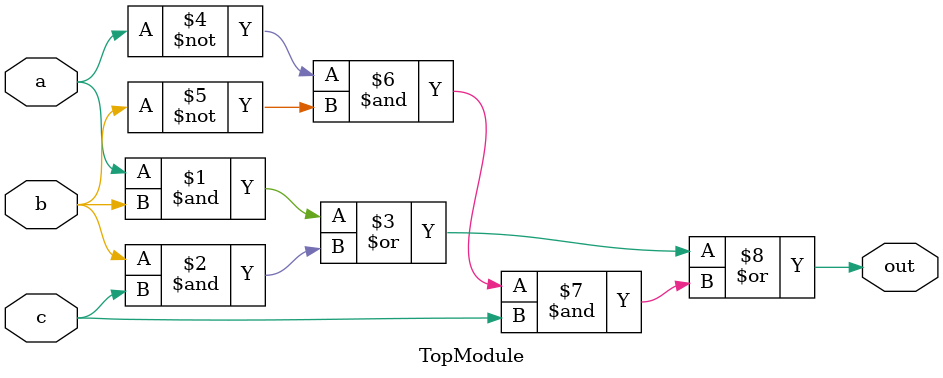
<source format=sv>
module TopModule (
    input wire a,
    input wire b,
    input wire c,
    output wire out
);
    // Implement combinational logic as per the derived logical expression
    assign out = (a & b) | (b & c) | (~a & ~b & c);
endmodule
</source>
